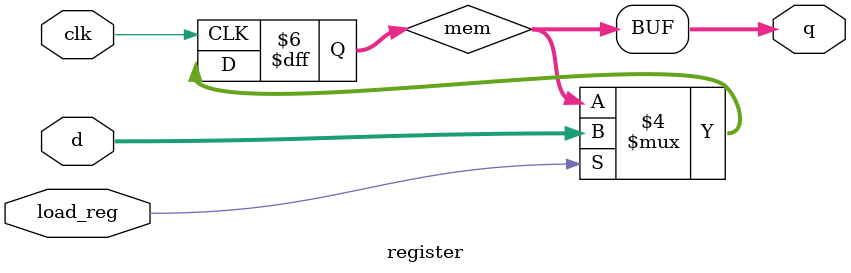
<source format=v>
module register #(parameter SIZE = 8) (
    input clk,
    input load_reg,
    input [SIZE-1:0] d,
    output [SIZE-1:0] q
);

    reg [SIZE-1:0] mem;

    assign q = mem;

    initial begin
        mem <= 0;
    end

    always @ (posedge clk) begin
        if (load_reg) begin
            mem <= d;
        end else begin
            mem <= mem;
        end
    end

endmodule 
</source>
